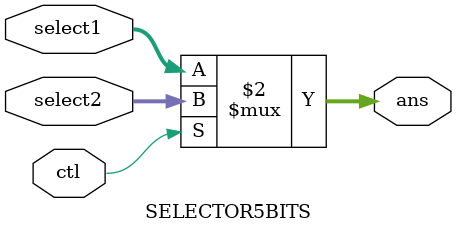
<source format=v>
`timescale 1ns / 1ps


module SELECTOR5BITS(
    input [4:0] select1,
    input [4:0] select2,
    input ctl,
    output [4:0] ans
    );
    
    assign ans = (ctl == 0)? select1 : select2;
endmodule

</source>
